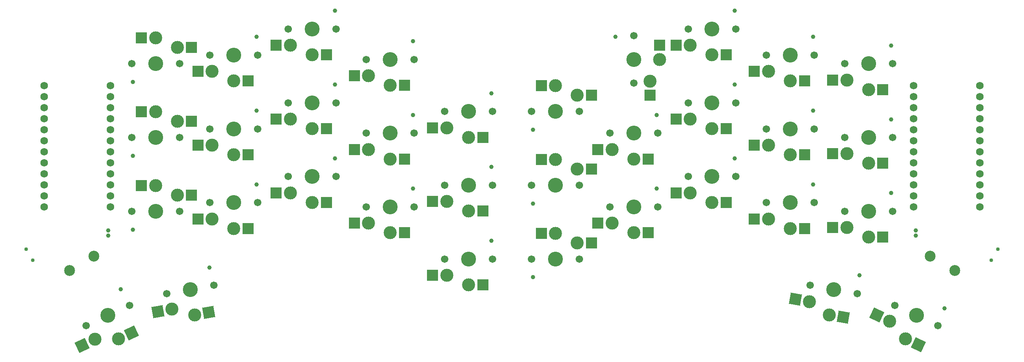
<source format=gbs>
G04 #@! TF.GenerationSoftware,KiCad,Pcbnew,7.0.6*
G04 #@! TF.CreationDate,2023-08-29T20:54:38+02:00*
G04 #@! TF.ProjectId,KoalaKeeb,4b6f616c-614b-4656-9562-2e6b69636164,rev?*
G04 #@! TF.SameCoordinates,Original*
G04 #@! TF.FileFunction,Soldermask,Bot*
G04 #@! TF.FilePolarity,Negative*
%FSLAX46Y46*%
G04 Gerber Fmt 4.6, Leading zero omitted, Abs format (unit mm)*
G04 Created by KiCad (PCBNEW 7.0.6) date 2023-08-29 20:54:38*
%MOMM*%
%LPD*%
G01*
G04 APERTURE LIST*
G04 Aperture macros list*
%AMRotRect*
0 Rectangle, with rotation*
0 The origin of the aperture is its center*
0 $1 length*
0 $2 width*
0 $3 Rotation angle, in degrees counterclockwise*
0 Add horizontal line*
21,1,$1,$2,0,0,$3*%
G04 Aperture macros list end*
%ADD10C,1.701800*%
%ADD11C,3.000000*%
%ADD12C,3.429000*%
%ADD13C,0.990600*%
%ADD14R,2.600000X2.600000*%
%ADD15C,1.000000*%
%ADD16RotRect,2.600000X2.600000X350.000000*%
%ADD17C,2.500000*%
%ADD18RotRect,2.600000X2.600000X10.000000*%
%ADD19RotRect,2.600000X2.600000X25.000000*%
%ADD20C,0.850000*%
%ADD21RotRect,2.600000X2.600000X335.000000*%
%ADD22C,1.752600*%
G04 APERTURE END LIST*
D10*
X236500000Y-55000000D03*
D11*
X237000000Y-58750000D03*
D12*
X242000000Y-55000000D03*
D11*
X242000000Y-60950000D03*
D13*
X247220000Y-50800000D03*
D10*
X247500000Y-55000000D03*
D14*
X245275000Y-60950000D03*
X233725000Y-58750000D03*
D15*
X67096000Y-76375000D03*
X67096000Y-77625000D03*
D10*
X144500000Y-66000000D03*
D11*
X145000000Y-69750000D03*
D12*
X150000000Y-66000000D03*
D11*
X150000000Y-71950000D03*
D13*
X155220000Y-61800000D03*
D10*
X155500000Y-66000000D03*
D14*
X153275000Y-71950000D03*
X141725000Y-69750000D03*
D10*
X228583557Y-89044935D03*
D11*
X228424781Y-92824788D03*
D12*
X234000000Y-90000000D03*
D11*
X232966793Y-95859606D03*
D13*
X239870019Y-86770251D03*
D10*
X239416443Y-90955065D03*
D16*
X236192039Y-96428304D03*
X225199535Y-92256090D03*
D10*
X126500000Y-37000000D03*
D11*
X127000000Y-40750000D03*
D12*
X132000000Y-37000000D03*
D11*
X132000000Y-42950000D03*
D13*
X137220000Y-32800000D03*
D10*
X137500000Y-37000000D03*
D14*
X135275000Y-42950000D03*
X123725000Y-40750000D03*
D17*
X261814583Y-85625000D03*
X256185417Y-82375000D03*
D10*
X90500000Y-53000000D03*
D11*
X91000000Y-56750000D03*
D12*
X96000000Y-53000000D03*
D11*
X96000000Y-58950000D03*
D13*
X101220000Y-48800000D03*
D10*
X101500000Y-53000000D03*
D14*
X99275000Y-58950000D03*
X87725000Y-56750000D03*
D10*
X83500000Y-55000000D03*
D11*
X83000000Y-51250000D03*
D12*
X78000000Y-55000000D03*
D11*
X78000000Y-49050000D03*
D13*
X72780000Y-59200000D03*
D10*
X72500000Y-55000000D03*
D14*
X74725000Y-49050000D03*
X86275000Y-51250000D03*
D10*
X218500000Y-36000000D03*
D11*
X219000000Y-39750000D03*
D12*
X224000000Y-36000000D03*
D11*
X224000000Y-41950000D03*
D13*
X229220000Y-31800000D03*
D10*
X229500000Y-36000000D03*
D14*
X227275000Y-41950000D03*
X215725000Y-39750000D03*
D10*
X236500000Y-72000000D03*
D11*
X237000000Y-75750000D03*
D12*
X242000000Y-72000000D03*
D11*
X242000000Y-77950000D03*
D13*
X247220000Y-67800000D03*
D10*
X247500000Y-72000000D03*
D14*
X245275000Y-77950000D03*
X233725000Y-75750000D03*
D10*
X90500000Y-70000000D03*
D11*
X91000000Y-73750000D03*
D12*
X96000000Y-70000000D03*
D11*
X96000000Y-75950000D03*
D13*
X101220000Y-65800000D03*
D10*
X101500000Y-70000000D03*
D14*
X99275000Y-75950000D03*
X87725000Y-73750000D03*
D10*
X80583557Y-90955065D03*
D11*
X81727142Y-94561270D03*
D12*
X86000000Y-90000000D03*
D11*
X87033207Y-95859606D03*
D13*
X90411374Y-84957364D03*
D10*
X91416443Y-89044935D03*
D18*
X90258452Y-95290908D03*
X78501897Y-95129968D03*
D10*
X90500000Y-36000000D03*
D11*
X91000000Y-39750000D03*
D12*
X96000000Y-36000000D03*
D11*
X96000000Y-41950000D03*
D13*
X101220000Y-31800000D03*
D10*
X101500000Y-36000000D03*
D14*
X99275000Y-41950000D03*
X87725000Y-39750000D03*
D10*
X62015307Y-98324400D03*
D11*
X64053280Y-101511746D03*
D12*
X67000000Y-96000000D03*
D11*
X69514579Y-101392531D03*
D13*
X69955930Y-89987440D03*
D10*
X71984693Y-93675600D03*
D19*
X72482737Y-100008457D03*
X61085122Y-102895820D03*
D20*
X48250000Y-80700962D03*
X49750000Y-83299038D03*
D10*
X126500000Y-54000000D03*
D11*
X127000000Y-57750000D03*
D12*
X132000000Y-54000000D03*
D11*
X132000000Y-59950000D03*
D13*
X137220000Y-49800000D03*
D10*
X137500000Y-54000000D03*
D14*
X135275000Y-59950000D03*
X123725000Y-57750000D03*
D10*
X175500000Y-49000000D03*
D11*
X175000000Y-45250000D03*
D12*
X170000000Y-49000000D03*
D11*
X170000000Y-43050000D03*
D13*
X164780000Y-53200000D03*
D10*
X164500000Y-49000000D03*
D14*
X166725000Y-43050000D03*
X178275000Y-45250000D03*
D10*
X182500000Y-71000000D03*
D11*
X183000000Y-74750000D03*
D12*
X188000000Y-71000000D03*
D11*
X188000000Y-76950000D03*
D13*
X193220000Y-66800000D03*
D10*
X193500000Y-71000000D03*
D14*
X191275000Y-76950000D03*
X179725000Y-74750000D03*
D10*
X108500000Y-64000000D03*
D11*
X109000000Y-67750000D03*
D12*
X114000000Y-64000000D03*
D11*
X114000000Y-69950000D03*
D13*
X119220000Y-59800000D03*
D10*
X119500000Y-64000000D03*
D14*
X117275000Y-69950000D03*
X105725000Y-67750000D03*
D10*
X200500000Y-47000000D03*
D11*
X201000000Y-50750000D03*
D12*
X206000000Y-47000000D03*
D11*
X206000000Y-52950000D03*
D13*
X211220000Y-42800000D03*
D10*
X211500000Y-47000000D03*
D14*
X209275000Y-52950000D03*
X197725000Y-50750000D03*
D20*
X270250000Y-83299038D03*
X271750000Y-80700962D03*
D10*
X248015307Y-93675600D03*
D11*
X246883643Y-97285563D03*
D12*
X253000000Y-96000000D03*
D11*
X250485421Y-101392531D03*
D13*
X259505923Y-94399575D03*
D10*
X257984693Y-98324400D03*
D21*
X253453579Y-102776606D03*
X243915485Y-95901488D03*
D15*
X252904000Y-77625000D03*
X252904000Y-76375000D03*
D10*
X126500000Y-71000000D03*
D11*
X127000000Y-74750000D03*
D12*
X132000000Y-71000000D03*
D11*
X132000000Y-76950000D03*
D13*
X137220000Y-66800000D03*
D10*
X137500000Y-71000000D03*
D14*
X135275000Y-76950000D03*
X123725000Y-74750000D03*
D10*
X175500000Y-66000000D03*
D11*
X175000000Y-62250000D03*
D12*
X170000000Y-66000000D03*
D11*
X170000000Y-60050000D03*
D13*
X164780000Y-70200000D03*
D10*
X164500000Y-66000000D03*
D14*
X166725000Y-60050000D03*
X178275000Y-62250000D03*
D22*
X252380000Y-43030000D03*
X252380000Y-45570000D03*
X252380000Y-48110000D03*
X252380000Y-50650000D03*
X252380000Y-53190000D03*
X252380000Y-55730000D03*
X252380000Y-58270000D03*
X252380000Y-60810000D03*
X252380000Y-63350000D03*
X252380000Y-65890000D03*
X252380000Y-68430000D03*
X252380000Y-70970000D03*
X267620000Y-70970000D03*
X267620000Y-68430000D03*
X267620000Y-65890000D03*
X267620000Y-63350000D03*
X267620000Y-60810000D03*
X267620000Y-58270000D03*
X267620000Y-55730000D03*
X267620000Y-53190000D03*
X267620000Y-50650000D03*
X267620000Y-48110000D03*
X267620000Y-45570000D03*
X267620000Y-43030000D03*
D10*
X200500000Y-64000000D03*
D11*
X201000000Y-67750000D03*
D12*
X206000000Y-64000000D03*
D11*
X206000000Y-69950000D03*
D13*
X211220000Y-59800000D03*
D10*
X211500000Y-64000000D03*
D14*
X209275000Y-69950000D03*
X197725000Y-67750000D03*
D10*
X200500000Y-30000000D03*
D11*
X201000000Y-33750000D03*
D12*
X206000000Y-30000000D03*
D11*
X206000000Y-35950000D03*
D13*
X211220000Y-25800000D03*
D10*
X211500000Y-30000000D03*
D14*
X209275000Y-35950000D03*
X197725000Y-33750000D03*
D10*
X236500000Y-38000000D03*
D11*
X237000000Y-41750000D03*
D12*
X242000000Y-38000000D03*
D11*
X242000000Y-43950000D03*
D13*
X247220000Y-33800000D03*
D10*
X247500000Y-38000000D03*
D14*
X245275000Y-43950000D03*
X233725000Y-41750000D03*
D10*
X83500000Y-72000000D03*
D11*
X83000000Y-68250000D03*
D12*
X78000000Y-72000000D03*
D11*
X78000000Y-66050000D03*
D13*
X72780000Y-76200000D03*
D10*
X72500000Y-72000000D03*
D14*
X74725000Y-66050000D03*
X86275000Y-68250000D03*
D10*
X218500000Y-70000000D03*
D11*
X219000000Y-73750000D03*
D12*
X224000000Y-70000000D03*
D11*
X224000000Y-75950000D03*
D13*
X229220000Y-65800000D03*
D10*
X229500000Y-70000000D03*
D14*
X227275000Y-75950000D03*
X215725000Y-73750000D03*
D10*
X144500000Y-83000000D03*
D11*
X145000000Y-86750000D03*
D12*
X150000000Y-83000000D03*
D11*
X150000000Y-88950000D03*
D13*
X155220000Y-78800000D03*
D10*
X155500000Y-83000000D03*
D14*
X153275000Y-88950000D03*
X141725000Y-86750000D03*
D10*
X188000000Y-42500000D03*
D11*
X191750000Y-42000000D03*
D12*
X188000000Y-37000000D03*
D11*
X193950000Y-37000000D03*
D13*
X183800000Y-31780000D03*
D10*
X188000000Y-31500000D03*
D14*
X193950000Y-33725000D03*
X191750000Y-45275000D03*
D10*
X83500000Y-38000000D03*
D11*
X83000000Y-34250000D03*
D12*
X78000000Y-38000000D03*
D11*
X78000000Y-32050000D03*
D13*
X72780000Y-42200000D03*
D10*
X72500000Y-38000000D03*
D14*
X74725000Y-32050000D03*
X86275000Y-34250000D03*
D17*
X63814583Y-82375000D03*
X58185417Y-85625000D03*
D22*
X52380000Y-43030000D03*
X52380000Y-45570000D03*
X52380000Y-48110000D03*
X52380000Y-50650000D03*
X52380000Y-53190000D03*
X52380000Y-55730000D03*
X52380000Y-58270000D03*
X52380000Y-60810000D03*
X52380000Y-63350000D03*
X52380000Y-65890000D03*
X52380000Y-68430000D03*
X52380000Y-70970000D03*
X67620000Y-70970000D03*
X67620000Y-68430000D03*
X67620000Y-65890000D03*
X67620000Y-63350000D03*
X67620000Y-60810000D03*
X67620000Y-58270000D03*
X67620000Y-55730000D03*
X67620000Y-53190000D03*
X67620000Y-50650000D03*
X67620000Y-48110000D03*
X67620000Y-45570000D03*
X67620000Y-43030000D03*
D10*
X108500000Y-30000000D03*
D11*
X109000000Y-33750000D03*
D12*
X114000000Y-30000000D03*
D11*
X114000000Y-35950000D03*
D13*
X119220000Y-25800000D03*
D10*
X119500000Y-30000000D03*
D14*
X117275000Y-35950000D03*
X105725000Y-33750000D03*
D10*
X108500000Y-47000000D03*
D11*
X109000000Y-50750000D03*
D12*
X114000000Y-47000000D03*
D11*
X114000000Y-52950000D03*
D13*
X119220000Y-42800000D03*
D10*
X119500000Y-47000000D03*
D14*
X117275000Y-52950000D03*
X105725000Y-50750000D03*
D10*
X144500000Y-49000000D03*
D11*
X145000000Y-52750000D03*
D12*
X150000000Y-49000000D03*
D11*
X150000000Y-54950000D03*
D13*
X155220000Y-44800000D03*
D10*
X155500000Y-49000000D03*
D14*
X153275000Y-54950000D03*
X141725000Y-52750000D03*
D10*
X182500000Y-54000000D03*
D11*
X183000000Y-57750000D03*
D12*
X188000000Y-54000000D03*
D11*
X188000000Y-59950000D03*
D13*
X193220000Y-49800000D03*
D10*
X193500000Y-54000000D03*
D14*
X191275000Y-59950000D03*
X179725000Y-57750000D03*
D10*
X218500000Y-53000000D03*
D11*
X219000000Y-56750000D03*
D12*
X224000000Y-53000000D03*
D11*
X224000000Y-58950000D03*
D13*
X229220000Y-48800000D03*
D10*
X229500000Y-53000000D03*
D14*
X227275000Y-58950000D03*
X215725000Y-56750000D03*
D10*
X175500000Y-83000000D03*
D11*
X175000000Y-79250000D03*
D12*
X170000000Y-83000000D03*
D11*
X170000000Y-77050000D03*
D13*
X164780000Y-87200000D03*
D10*
X164500000Y-83000000D03*
D14*
X166725000Y-77050000D03*
X178275000Y-79250000D03*
M02*

</source>
